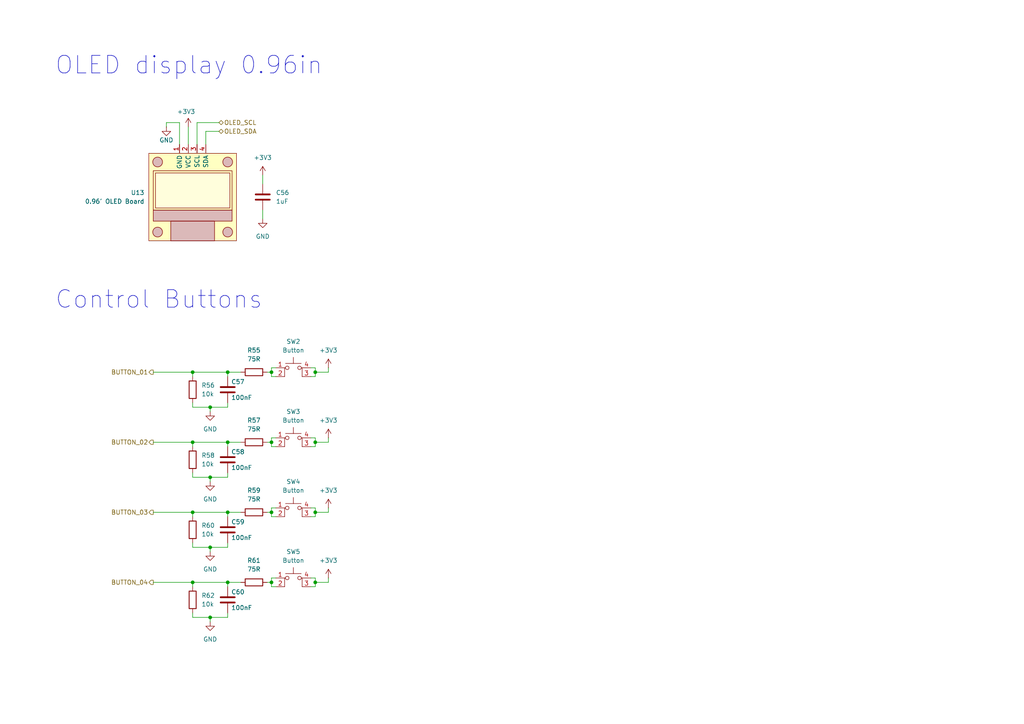
<source format=kicad_sch>
(kicad_sch (version 20250114) (generator "eeschema") (generator_version "9.0")
  (paper "A4")
  (lib_symbols
    (symbol "AV_Capacitors:CL05A105KA5NQNC" (pin_numbers (hide yes)) (pin_names (offset 0.254))
      (property "Reference" "C" (at 0.635 2.54 0))
      (property "Value" "1uF" (at 0.635 -2.54 0))
      (symbol "CL05A105KA5NQNC_0_1"
        (polyline (pts (xy -2.032 0.762) (xy 2.032 0.762)) (stroke (width 0.508)))
        (polyline (pts (xy -2.032 -0.762) (xy 2.032 -0.762)) (stroke (width 0.508)))
      )
      (symbol "CL05A105KA5NQNC_1_1"
        (pin passive line (at 0 3.81 270) (length 2.794) (name "~") (number "1"))
        (pin passive line (at 0 -3.81 90) (length 2.794) (name "~") (number "2"))
      )
    )
    (symbol "AV_Capacitors:CL05B104KO5NNNC" (pin_numbers (hide yes)) (pin_names (offset 0.254))
      (property "Reference" "C" (at 0.635 2.54 0))
      (property "Value" "100nF" (at 0.635 -2.54 0))
      (symbol "CL05B104KO5NNNC_0_1"
        (polyline (pts (xy -2.032 0.762) (xy 2.032 0.762)) (stroke (width 0.508)))
        (polyline (pts (xy -2.032 -0.762) (xy 2.032 -0.762)) (stroke (width 0.508)))
      )
      (symbol "CL05B104KO5NNNC_1_1"
        (pin passive line (at 0 3.81 270) (length 2.794) (name "~") (number "1"))
        (pin passive line (at 0 -3.81 90) (length 2.794) (name "~") (number "2"))
      )
    )
    (symbol "AV_Modules:HS96L03W2C03"
      (property "Reference" "U" (at -11.938 13.716 0))
      (property "Value" "0.96' OLED Board" (at 0 2.032 0))
      (symbol "HS96L03W2C03_0_0"
        (pin power_in line (at -3.81 15.24 270) (length 2.54) (name "GND") (number "1"))
        (pin power_in line (at -1.27 15.24 270) (length 2.54) (name "VCC") (number "2"))
        (pin bidirectional line (at 1.27 15.24 270) (length 2.54) (name "SCL") (number "3"))
        (pin bidirectional line (at 3.81 15.24 270) (length 2.54) (name "SDA") (number "4"))
      )
      (symbol "HS96L03W2C03_1_1"
        (rectangle (start -12.7 12.7) (end 12.7 -12.7) (fill (type background)))
        (rectangle (start -11.43 7.62) (end 11.43 -3.81))
        (rectangle (start -11.43 -3.81) (end 11.43 -6.985) (fill (type color) (color 219 185 185 1)))
        (rectangle (start -10.795 6.985) (end 10.795 -3.175) (fill (type color) (color 255 254 220 1)))
        (circle (center -10.16 10.16) (radius 1.4199) (fill (type color) (color 219 185 185 1)))
        (circle (center -10.16 -10.16) (radius 1.4199) (fill (type color) (color 219 185 185 1)))
        (rectangle (start -6.35 -6.985) (end 6.35 -12.7) (fill (type color) (color 219 185 185 1)))
        (circle (center 10.16 10.16) (radius 1.4199) (fill (type color) (color 219 185 185 1)))
        (circle (center 10.16 -10.16) (radius 1.4199) (fill (type color) (color 219 185 185 1)))
      )
    )
    (symbol "AV_Resistors:0402WGF1002TCE" (pin_numbers (hide yes)) (pin_names (offset 0))
      (property "Reference" "R" (at 2.032 0 90))
      (property "Value" "10k" (at 0 0 90))
      (symbol "0402WGF1002TCE_0_1"
        (rectangle (start -1.016 -2.54) (end 1.016 2.54) (stroke (width 0.254)))
      )
      (symbol "0402WGF1002TCE_1_1"
        (pin passive line (at 0 3.81 270) (length 1.27) (name "~") (number "1"))
        (pin passive line (at 0 -3.81 90) (length 1.27) (name "~") (number "2"))
      )
    )
    (symbol "AV_Resistors:0603WAF750JT5E" (pin_numbers (hide yes)) (pin_names (offset 0))
      (property "Reference" "R" (at 2.032 0 90))
      (property "Value" "75R" (at 0 0 90))
      (symbol "0603WAF750JT5E_0_1"
        (rectangle (start -1.016 -2.54) (end 1.016 2.54) (stroke (width 0.254)))
      )
      (symbol "0603WAF750JT5E_1_1"
        (pin passive line (at 0 3.81 270) (length 1.27) (name "~") (number "1"))
        (pin passive line (at 0 -3.81 90) (length 1.27) (name "~") (number "2"))
      )
    )
    (symbol "AV_Switches:TS-1002S-07026C" (pin_names (offset 1.016) (hide yes))
      (property "Reference" "SW" (at 0.635 5.715 0))
      (property "Value" "Button" (at 0 -3.175 0))
      (symbol "TS-1002S-07026C_0_1"
        (polyline (pts (xy -2.54 0) (xy -2.54 2.54) (xy -2.286 2.54)))
        (polyline (pts (xy -2.286 3.81) (xy 2.286 3.81)))
        (circle (center -1.778 2.54) (radius 0.508))
        (polyline (pts (xy 0 3.81) (xy 0 5.588)))
        (circle (center 1.778 2.54) (radius 0.508))
        (polyline (pts (xy 2.54 0) (xy 2.54 2.54) (xy 2.286 2.54)))
        (pin passive line (at -5.08 2.54 0) (length 2.54) (name "1") (number "1"))
        (pin passive line (at -5.08 0 0) (length 2.54) (name "2") (number "2"))
        (pin passive line (at 5.08 2.54 180) (length 2.54) (name "A") (number "4"))
        (pin passive line (at 5.08 0 180) (length 2.54) (name "K") (number "3"))
      )
    )
    (symbol "power:+3V3" (power) (pin_numbers (hide yes)) (pin_names (offset 0) (hide yes))
      (property "Value" "+3V3" (at 0 3.556 0))
      (symbol "+3V3_0_1"
        (polyline (pts (xy -0.762 1.27) (xy 0 2.54)))
        (polyline (pts (xy 0 2.54) (xy 0.762 1.27)))
        (polyline (pts (xy 0 0) (xy 0 2.54)))
      )
      (symbol "+3V3_1_1"
        (pin power_in line (at 0 0 90) (length 0) (name "~") (number "1"))
      )
    )
    (symbol "power:GND" (power) (pin_numbers (hide yes)) (pin_names (offset 0) (hide yes))
      (property "Value" "GND" (at 0 -3.81 0))
      (symbol "GND_0_1"
        (polyline (pts (xy 0 0) (xy 0 -1.27) (xy 1.27 -1.27) (xy 0 -2.54) (xy -1.27 -1.27) (xy 0 -1.27)))
      )
      (symbol "GND_1_1"
        (pin power_in line (at 0 0 270) (length 0) (name "~") (number "1"))
      )
    )
  )
  (text "OLED display 0.96in" (at 15.875 19.05 0) (effects (font (size 5.08 5.08)) (justify left)))
  (text "Control Buttons\n" (at 15.875 86.995 0) (effects (font (size 5.08 5.08)) (justify left)))
  (junction (at 55.88 107.95))
  (junction (at 60.96 158.75))
  (junction (at 60.96 138.43))
  (junction (at 91.44 107.95))
  (junction (at 78.74 168.91))
  (junction (at 55.88 148.59))
  (junction (at 66.04 148.59))
  (junction (at 78.74 148.59))
  (junction (at 55.88 168.91))
  (junction (at 66.04 107.95))
  (junction (at 66.04 128.27))
  (junction (at 78.74 128.27))
  (junction (at 91.44 128.27))
  (junction (at 91.44 168.91))
  (junction (at 60.96 118.11))
  (junction (at 91.44 148.59))
  (junction (at 66.04 168.91))
  (junction (at 78.74 107.95))
  (junction (at 60.96 179.07))
  (junction (at 55.88 128.27))
  (wire (pts (xy 78.74 147.32) (xy 78.74 148.59)))
  (wire (pts (xy 57.15 35.56) (xy 57.15 41.91)))
  (wire (pts (xy 78.74 148.59) (xy 78.74 149.86)))
  (wire (pts (xy 78.74 106.68) (xy 78.74 107.95)))
  (wire (pts (xy 91.44 168.91) (xy 91.44 170.18)))
  (wire (pts (xy 91.44 167.64) (xy 91.44 168.91)))
  (wire (pts (xy 48.26 35.56) (xy 52.07 35.56)))
  (wire (pts (xy 78.74 129.54) (xy 80.01 129.54)))
  (wire (pts (xy 95.25 167.64) (xy 95.25 168.91)))
  (wire (pts (xy 91.44 148.59) (xy 91.44 149.86)))
  (wire (pts (xy 63.5 38.1) (xy 59.69 38.1)))
  (wire (pts (xy 55.88 137.16) (xy 55.88 138.43)))
  (wire (pts (xy 78.74 109.22) (xy 80.01 109.22)))
  (wire (pts (xy 60.96 179.07) (xy 60.96 180.34)))
  (wire (pts (xy 91.44 106.68) (xy 91.44 107.95)))
  (wire (pts (xy 80.01 167.64) (xy 78.74 167.64)))
  (wire (pts (xy 60.96 138.43) (xy 55.88 138.43)))
  (wire (pts (xy 44.45 168.91) (xy 55.88 168.91)))
  (wire (pts (xy 91.44 128.27) (xy 91.44 129.54)))
  (wire (pts (xy 55.88 168.91) (xy 66.04 168.91)))
  (wire (pts (xy 77.47 168.91) (xy 78.74 168.91)))
  (wire (pts (xy 69.85 107.95) (xy 66.04 107.95)))
  (wire (pts (xy 91.44 128.27) (xy 95.25 128.27)))
  (wire (pts (xy 80.01 147.32) (xy 78.74 147.32)))
  (wire (pts (xy 55.88 149.86) (xy 55.88 148.59)))
  (wire (pts (xy 60.96 118.11) (xy 66.04 118.11)))
  (wire (pts (xy 60.96 118.11) (xy 60.96 119.38)))
  (wire (pts (xy 59.69 38.1) (xy 59.69 41.91)))
  (wire (pts (xy 55.88 129.54) (xy 55.88 128.27)))
  (wire (pts (xy 52.07 35.56) (xy 52.07 41.91)))
  (wire (pts (xy 44.45 107.95) (xy 55.88 107.95)))
  (wire (pts (xy 55.88 170.18) (xy 55.88 168.91)))
  (wire (pts (xy 55.88 128.27) (xy 66.04 128.27)))
  (wire (pts (xy 91.44 168.91) (xy 95.25 168.91)))
  (wire (pts (xy 55.88 107.95) (xy 66.04 107.95)))
  (wire (pts (xy 69.85 168.91) (xy 66.04 168.91)))
  (wire (pts (xy 55.88 177.8) (xy 55.88 179.07)))
  (wire (pts (xy 91.44 107.95) (xy 91.44 109.22)))
  (wire (pts (xy 90.17 127) (xy 91.44 127)))
  (wire (pts (xy 76.2 50.8) (xy 76.2 53.34)))
  (wire (pts (xy 77.47 148.59) (xy 78.74 148.59)))
  (wire (pts (xy 60.96 179.07) (xy 66.04 179.07)))
  (wire (pts (xy 66.04 148.59) (xy 66.04 149.86)))
  (wire (pts (xy 60.96 158.75) (xy 55.88 158.75)))
  (wire (pts (xy 91.44 148.59) (xy 95.25 148.59)))
  (wire (pts (xy 66.04 168.91) (xy 66.04 170.18)))
  (wire (pts (xy 66.04 157.48) (xy 66.04 158.75)))
  (wire (pts (xy 44.45 148.59) (xy 55.88 148.59)))
  (wire (pts (xy 80.01 106.68) (xy 78.74 106.68)))
  (wire (pts (xy 91.44 107.95) (xy 95.25 107.95)))
  (wire (pts (xy 55.88 116.84) (xy 55.88 118.11)))
  (wire (pts (xy 80.01 127) (xy 78.74 127)))
  (wire (pts (xy 44.45 128.27) (xy 55.88 128.27)))
  (wire (pts (xy 60.96 118.11) (xy 55.88 118.11)))
  (wire (pts (xy 78.74 167.64) (xy 78.74 168.91)))
  (wire (pts (xy 66.04 137.16) (xy 66.04 138.43)))
  (wire (pts (xy 90.17 167.64) (xy 91.44 167.64)))
  (wire (pts (xy 60.96 179.07) (xy 55.88 179.07)))
  (wire (pts (xy 78.74 128.27) (xy 78.74 129.54)))
  (wire (pts (xy 63.5 35.56) (xy 57.15 35.56)))
  (wire (pts (xy 66.04 128.27) (xy 66.04 129.54)))
  (wire (pts (xy 77.47 128.27) (xy 78.74 128.27)))
  (wire (pts (xy 60.96 138.43) (xy 60.96 139.7)))
  (wire (pts (xy 60.96 158.75) (xy 60.96 160.02)))
  (wire (pts (xy 91.44 147.32) (xy 91.44 148.59)))
  (wire (pts (xy 78.74 107.95) (xy 78.74 109.22)))
  (wire (pts (xy 90.17 147.32) (xy 91.44 147.32)))
  (wire (pts (xy 78.74 127) (xy 78.74 128.27)))
  (wire (pts (xy 55.88 148.59) (xy 66.04 148.59)))
  (wire (pts (xy 66.04 177.8) (xy 66.04 179.07)))
  (wire (pts (xy 90.17 170.18) (xy 91.44 170.18)))
  (wire (pts (xy 90.17 129.54) (xy 91.44 129.54)))
  (wire (pts (xy 55.88 109.22) (xy 55.88 107.95)))
  (wire (pts (xy 95.25 127) (xy 95.25 128.27)))
  (wire (pts (xy 55.88 157.48) (xy 55.88 158.75)))
  (wire (pts (xy 77.47 107.95) (xy 78.74 107.95)))
  (wire (pts (xy 60.96 158.75) (xy 66.04 158.75)))
  (wire (pts (xy 76.2 60.96) (xy 76.2 63.5)))
  (wire (pts (xy 95.25 106.68) (xy 95.25 107.95)))
  (wire (pts (xy 91.44 127) (xy 91.44 128.27)))
  (wire (pts (xy 90.17 106.68) (xy 91.44 106.68)))
  (wire (pts (xy 95.25 147.32) (xy 95.25 148.59)))
  (wire (pts (xy 90.17 149.86) (xy 91.44 149.86)))
  (wire (pts (xy 66.04 116.84) (xy 66.04 118.11)))
  (wire (pts (xy 90.17 109.22) (xy 91.44 109.22)))
  (wire (pts (xy 78.74 170.18) (xy 80.01 170.18)))
  (wire (pts (xy 60.96 138.43) (xy 66.04 138.43)))
  (wire (pts (xy 69.85 148.59) (xy 66.04 148.59)))
  (wire (pts (xy 66.04 107.95) (xy 66.04 109.22)))
  (wire (pts (xy 78.74 149.86) (xy 80.01 149.86)))
  (wire (pts (xy 54.61 36.83) (xy 54.61 41.91)))
  (wire (pts (xy 78.74 168.91) (xy 78.74 170.18)))
  (wire (pts (xy 69.85 128.27) (xy 66.04 128.27)))
  (wire (pts (xy 48.26 36.83) (xy 48.26 35.56)))
  (hierarchical_label "BUTTON_04" (shape output) (at 44.45 168.91 180))
  (hierarchical_label "BUTTON_02" (shape output) (at 44.45 128.27 180))
  (hierarchical_label "OLED_SCL" (shape bidirectional) (at 63.5 35.56 0))
  (hierarchical_label "OLED_SDA" (shape bidirectional) (at 63.5 38.1 0))
  (hierarchical_label "BUTTON_03" (shape output) (at 44.45 148.59 180))
  (hierarchical_label "BUTTON_01" (shape output) (at 44.45 107.95 180))
  (symbol (lib_id "power:GND") (at 76.2 63.5 0) (unit 1)
    (property "Reference" "#PWR0112" (effects (hide yes)))
    (property "Value" "GND" (at 76.2 68.58 0))
    (property "Description" "Power symbol creates a global label with name \"GND\" , ground" (effects (hide yes)))
  )
  (symbol (lib_id "AV_Resistors:0603WAF750JT5E") (at 73.66 168.91 90) (unit 1)
    (property "Reference" "R61" (at 73.66 162.56 90))
    (property "Value" "75R" (at 73.66 165.1 90))
    (property "Footprint" "Resistor_SMD:R_0603_1608Metric" (effects (hide yes)))
    (property "Description" "RES 75Ω ±1% 100mW 0603" (effects (hide yes)))
    (property "LCSC" "C4275" (effects (hide yes)))
  )
  (symbol (lib_id "AV_Capacitors:CL05B104KO5NNNC") (at 66.04 113.03 0) (unit 1)
    (property "Reference" "C57" (at 67.056 110.744 0) (effects (justify left)))
    (property "Value" "100nF" (at 67.056 115.316 0) (effects (justify left)))
    (property "Footprint" "Capacitor_SMD:C_0402_1005Metric" (effects (hide yes)))
    (property "Description" "CAP CER 100nF 16V X7R 0402" (effects (hide yes)))
    (property "LCSC" "C1525" (effects (hide yes)))
  )
  (symbol (lib_id "power:+3V3") (at 95.25 106.68 0) (unit 1)
    (property "Reference" "#PWR0113" (effects (hide yes)))
    (property "Value" "+3V3" (at 95.25 101.6 0))
    (property "Description" "Power symbol creates a global label with name \"+3V3\"" (effects (hide yes)))
  )
  (symbol (lib_id "power:+3V3") (at 95.25 167.64 0) (unit 1)
    (property "Reference" "#PWR0119" (effects (hide yes)))
    (property "Value" "+3V3" (at 95.25 162.56 0))
    (property "Description" "Power symbol creates a global label with name \"+3V3\"" (effects (hide yes)))
  )
  (symbol (lib_id "AV_Modules:HS96L03W2C03") (at 55.88 57.15 0) (unit 1)
    (property "Reference" "U13" (at 41.91 55.88 0) (effects (justify right)))
    (property "Value" "0.96' OLED Board" (at 41.91 58.42 0) (effects (justify right)))
    (property "Footprint" "AV_MODULES:HS96L03W2C03" (effects (hide yes)))
    (property "Datasheet" "https://www.lcsc.com/datasheet/C5248080.pdf" (effects (hide yes)))
    (property "Description" "0.96inch OLED I2C display board" (effects (hide yes)))
  )
  (symbol (lib_id "AV_Resistors:0402WGF1002TCE") (at 55.88 113.03 0) (unit 1)
    (property "Reference" "R56" (at 58.42 111.7599 0) (effects (justify left)))
    (property "Value" "10k" (at 58.42 114.2999 0) (effects (justify left)))
    (property "Footprint" "Resistor_SMD:R_0402_1005Metric" (effects (hide yes)))
    (property "Description" "RES 10kΩ ±1% 62.5mW 0402" (effects (hide yes)))
    (property "LCSC" "C25744" (effects (hide yes)))
  )
  (symbol (lib_id "AV_Resistors:0402WGF1002TCE") (at 55.88 173.99 0) (unit 1)
    (property "Reference" "R62" (at 58.42 172.7199 0) (effects (justify left)))
    (property "Value" "10k" (at 58.42 175.2599 0) (effects (justify left)))
    (property "Footprint" "Resistor_SMD:R_0402_1005Metric" (effects (hide yes)))
    (property "Description" "RES 10kΩ ±1% 62.5mW 0402" (effects (hide yes)))
    (property "LCSC" "C25744" (effects (hide yes)))
  )
  (symbol (lib_id "AV_Capacitors:CL05B104KO5NNNC") (at 66.04 133.35 0) (unit 1)
    (property "Reference" "C58" (at 67.056 131.064 0) (effects (justify left)))
    (property "Value" "100nF" (at 67.056 135.636 0) (effects (justify left)))
    (property "Footprint" "Capacitor_SMD:C_0402_1005Metric" (effects (hide yes)))
    (property "Description" "CAP CER 100nF 16V X7R 0402" (effects (hide yes)))
    (property "LCSC" "C1525" (effects (hide yes)))
  )
  (symbol (lib_id "power:GND") (at 60.96 180.34 0) (unit 1)
    (property "Reference" "#PWR0120" (effects (hide yes)))
    (property "Value" "GND" (at 60.96 185.42 0))
    (property "Description" "Power symbol creates a global label with name \"GND\" , ground" (effects (hide yes)))
  )
  (symbol (lib_id "AV_Resistors:0402WGF1002TCE") (at 55.88 153.67 0) (unit 1)
    (property "Reference" "R60" (at 58.42 152.3999 0) (effects (justify left)))
    (property "Value" "10k" (at 58.42 154.9399 0) (effects (justify left)))
    (property "Footprint" "Resistor_SMD:R_0402_1005Metric" (effects (hide yes)))
    (property "Description" "RES 10kΩ ±1% 62.5mW 0402" (effects (hide yes)))
    (property "LCSC" "C25744" (effects (hide yes)))
  )
  (symbol (lib_id "AV_Switches:TS-1002S-07026C") (at 85.09 149.86 0) (unit 1)
    (property "Reference" "SW4" (at 85.09 139.7 0))
    (property "Value" "Button" (at 85.09 142.24 0))
    (property "Footprint" "AV_SWITCHES:SW_SPST_4P_SMD" (effects (hide yes)))
    (property "Datasheet" "https://www.lcsc.com/datasheet/C455114.pdf" (effects (hide yes)))
    (property "Description" "Button SPST SMD-4P, Tactile Switch 6mm" (effects (hide yes)))
    (property "LCSC" "C455114" (effects (hide yes)))
  )
  (symbol (lib_id "AV_Resistors:0603WAF750JT5E") (at 73.66 148.59 90) (unit 1)
    (property "Reference" "R59" (at 73.66 142.24 90))
    (property "Value" "75R" (at 73.66 144.78 90))
    (property "Footprint" "Resistor_SMD:R_0603_1608Metric" (effects (hide yes)))
    (property "Description" "RES 75Ω ±1% 100mW 0603" (effects (hide yes)))
    (property "LCSC" "C4275" (effects (hide yes)))
  )
  (symbol (lib_id "AV_Switches:TS-1002S-07026C") (at 85.09 170.18 0) (unit 1)
    (property "Reference" "SW5" (at 85.09 160.02 0))
    (property "Value" "Button" (at 85.09 162.56 0))
    (property "Footprint" "AV_SWITCHES:SW_SPST_4P_SMD" (effects (hide yes)))
    (property "Datasheet" "https://www.lcsc.com/datasheet/C455114.pdf" (effects (hide yes)))
    (property "Description" "Button SPST SMD-4P, Tactile Switch 6mm" (effects (hide yes)))
    (property "LCSC" "C455114" (effects (hide yes)))
  )
  (symbol (lib_id "AV_Capacitors:CL05A105KA5NQNC") (at 76.2 57.15 0) (unit 1)
    (property "Reference" "C56" (at 80.01 55.8799 0) (effects (justify left)))
    (property "Value" "1uF" (at 80.01 58.4199 0) (effects (justify left)))
    (property "Footprint" "Capacitor_SMD:C_0402_1005Metric" (effects (hide yes)))
    (property "Description" "CAP CER 1uF 25V X5R 0402" (effects (hide yes)))
    (property "LCSC" "C52923" (effects (hide yes)))
  )
  (symbol (lib_id "AV_Switches:TS-1002S-07026C") (at 85.09 109.22 0) (unit 1)
    (property "Reference" "SW2" (at 85.09 99.06 0))
    (property "Value" "Button" (at 85.09 101.6 0))
    (property "Footprint" "AV_SWITCHES:SW_SPST_4P_SMD" (effects (hide yes)))
    (property "Datasheet" "https://www.lcsc.com/datasheet/C455114.pdf" (effects (hide yes)))
    (property "Description" "Button SPST SMD-4P, Tactile Switch 6mm" (effects (hide yes)))
    (property "LCSC" "C455114" (effects (hide yes)))
  )
  (symbol (lib_id "power:+3V3") (at 54.61 36.83 0) (unit 1)
    (property "Reference" "#PWR0110" (effects (hide yes)))
    (property "Value" "+3V3" (at 53.975 32.385 0))
    (property "Description" "Power symbol creates a global label with name \"+3V3\"" (effects (hide yes)))
  )
  (symbol (lib_id "AV_Resistors:0402WGF1002TCE") (at 55.88 133.35 0) (unit 1)
    (property "Reference" "R58" (at 58.42 132.0799 0) (effects (justify left)))
    (property "Value" "10k" (at 58.42 134.6199 0) (effects (justify left)))
    (property "Footprint" "Resistor_SMD:R_0402_1005Metric" (effects (hide yes)))
    (property "Description" "RES 10kΩ ±1% 62.5mW 0402" (effects (hide yes)))
    (property "LCSC" "C25744" (effects (hide yes)))
  )
  (symbol (lib_id "AV_Capacitors:CL05B104KO5NNNC") (at 66.04 173.99 0) (unit 1)
    (property "Reference" "C60" (at 67.056 171.704 0) (effects (justify left)))
    (property "Value" "100nF" (at 67.056 176.276 0) (effects (justify left)))
    (property "Footprint" "Capacitor_SMD:C_0402_1005Metric" (effects (hide yes)))
    (property "Description" "CAP CER 100nF 16V X7R 0402" (effects (hide yes)))
    (property "LCSC" "C1525" (effects (hide yes)))
  )
  (symbol (lib_id "AV_Resistors:0603WAF750JT5E") (at 73.66 107.95 90) (unit 1)
    (property "Reference" "R55" (at 73.66 101.6 90))
    (property "Value" "75R" (at 73.66 104.14 90))
    (property "Footprint" "Resistor_SMD:R_0603_1608Metric" (effects (hide yes)))
    (property "Description" "RES 75Ω ±1% 100mW 0603" (effects (hide yes)))
    (property "LCSC" "C4275" (effects (hide yes)))
  )
  (symbol (lib_id "power:+3V3") (at 95.25 147.32 0) (unit 1)
    (property "Reference" "#PWR0117" (effects (hide yes)))
    (property "Value" "+3V3" (at 95.25 142.24 0))
    (property "Description" "Power symbol creates a global label with name \"+3V3\"" (effects (hide yes)))
  )
  (symbol (lib_id "power:+3V3") (at 95.25 127 0) (unit 1)
    (property "Reference" "#PWR0115" (effects (hide yes)))
    (property "Value" "+3V3" (at 95.25 121.92 0))
    (property "Description" "Power symbol creates a global label with name \"+3V3\"" (effects (hide yes)))
  )
  (symbol (lib_id "power:GND") (at 60.96 160.02 0) (unit 1)
    (property "Reference" "#PWR0118" (effects (hide yes)))
    (property "Value" "GND" (at 60.96 165.1 0))
    (property "Description" "Power symbol creates a global label with name \"GND\" , ground" (effects (hide yes)))
  )
  (symbol (lib_id "AV_Capacitors:CL05B104KO5NNNC") (at 66.04 153.67 0) (unit 1)
    (property "Reference" "C59" (at 67.056 151.384 0) (effects (justify left)))
    (property "Value" "100nF" (at 67.056 155.956 0) (effects (justify left)))
    (property "Footprint" "Capacitor_SMD:C_0402_1005Metric" (effects (hide yes)))
    (property "Description" "CAP CER 100nF 16V X7R 0402" (effects (hide yes)))
    (property "LCSC" "C1525" (effects (hide yes)))
  )
  (symbol (lib_id "power:GND") (at 60.96 119.38 0) (unit 1)
    (property "Reference" "#PWR0114" (effects (hide yes)))
    (property "Value" "GND" (at 60.96 124.46 0))
    (property "Description" "Power symbol creates a global label with name \"GND\" , ground" (effects (hide yes)))
  )
  (symbol (lib_id "AV_Switches:TS-1002S-07026C") (at 85.09 129.54 0) (unit 1)
    (property "Reference" "SW3" (at 85.09 119.38 0))
    (property "Value" "Button" (at 85.09 121.92 0))
    (property "Footprint" "AV_SWITCHES:SW_SPST_4P_SMD" (effects (hide yes)))
    (property "Datasheet" "https://www.lcsc.com/datasheet/C455114.pdf" (effects (hide yes)))
    (property "Description" "Button SPST SMD-4P, Tactile Switch 6mm" (effects (hide yes)))
    (property "LCSC" "C455114" (effects (hide yes)))
  )
  (symbol (lib_id "power:+3V3") (at 76.2 50.8 0) (unit 1)
    (property "Reference" "#PWR0111" (effects (hide yes)))
    (property "Value" "+3V3" (at 76.2 45.72 0))
    (property "Description" "Power symbol creates a global label with name \"+3V3\"" (effects (hide yes)))
  )
  (symbol (lib_id "AV_Resistors:0603WAF750JT5E") (at 73.66 128.27 90) (unit 1)
    (property "Reference" "R57" (at 73.66 121.92 90))
    (property "Value" "75R" (at 73.66 124.46 90))
    (property "Footprint" "Resistor_SMD:R_0603_1608Metric" (effects (hide yes)))
    (property "Description" "RES 75Ω ±1% 100mW 0603" (effects (hide yes)))
    (property "LCSC" "C4275" (effects (hide yes)))
  )
  (symbol (lib_id "power:GND") (at 60.96 139.7 0) (unit 1)
    (property "Reference" "#PWR0116" (effects (hide yes)))
    (property "Value" "GND" (at 60.96 144.78 0))
    (property "Description" "Power symbol creates a global label with name \"GND\" , ground" (effects (hide yes)))
  )
  (symbol (lib_id "power:GND") (at 48.26 36.83 0) (unit 1)
    (property "Reference" "#PWR0109" (effects (hide yes)))
    (property "Value" "GND" (at 48.26 40.64 0))
    (property "Description" "Power symbol creates a global label with name \"GND\" , ground" (effects (hide yes)))
  )
)
</source>
